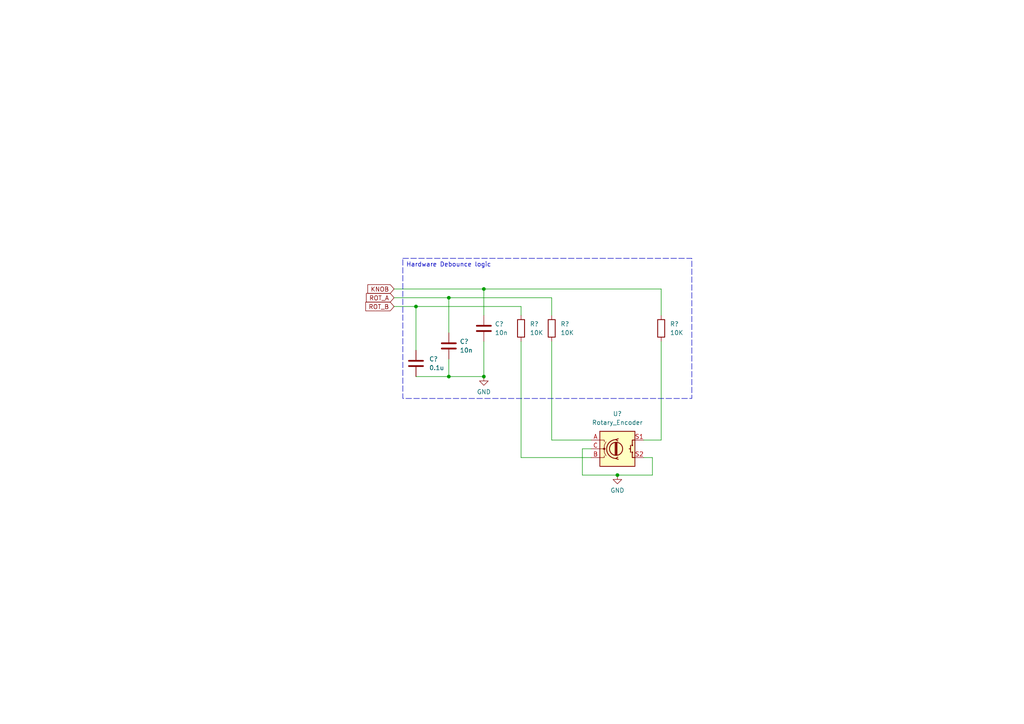
<source format=kicad_sch>
(kicad_sch (version 20230121) (generator eeschema)
  (paper "A4")
  (title_block (title "Push Button Rotary Encoder handlers for Arduino platform.") (date "2023-07-24") (rev "0.0.1") (company "Mediapills") (comment 2 "Supported and tested on AVR boards(ATmega168/328, ATmega16u4/32u4 and ATmega2560)") (comment 3 "A Library to implement Push Button Rotary Encoder handlers. "))
  (lib_symbols
    (symbol "Device:C" (pin_numbers hide) (pin_names (offset 0.254))
      (property "Reference" "C" (at 0.635 2.54 0))
      (property "Value" "C" (at 0.635 -2.54 0))
      (symbol "C_0_1"
        (polyline (pts (xy -2.032 -0.762) (xy 2.032 -0.762)) (stroke (width 0.508)))
        (polyline (pts (xy -2.032 0.762) (xy 2.032 0.762)) (stroke (width 0.508)))
      )
      (symbol "C_1_1"
        (pin passive line (at 0 3.81 270) (length 2.794) (name "~") (number "1"))
        (pin passive line (at 0 -3.81 90) (length 2.794) (name "~") (number "2"))
      )
    )
    (symbol "Device:R" (pin_numbers hide) (pin_names (offset 0))
      (property "Reference" "R" (at 2.032 0 90))
      (property "Value" "R" (at 0 0 90))
      (symbol "R_0_1"
        (rectangle (start -1.016 -2.54) (end 1.016 2.54) (stroke (width 0.254)))
      )
      (symbol "R_1_1"
        (pin passive line (at 0 3.81 270) (length 1.27) (name "~") (number "1"))
        (pin passive line (at 0 -3.81 90) (length 1.27) (name "~") (number "2"))
      )
    )
    (symbol "Device:RotaryEncoder_Switch" (pin_names (offset 0.254) hide)
      (property "Reference" "SW" (at 0 6.604 0))
      (property "Value" "RotaryEncoder_Switch" (at 0 -6.604 0))
      (symbol "RotaryEncoder_Switch_0_1"
        (rectangle (start -5.08 5.08) (end 5.08 -5.08) (stroke (width 0.254)) (fill (type background)))
        (circle (center -3.81 0) (radius 0.254) (fill (type outline)))
        (circle (center -0.381 0) (radius 1.905) (stroke (width 0.254)))
        (arc (start -0.381 2.667) (mid -3.0988 -0.0635) (end -0.381 -2.794) (stroke (width 0.254)))
        (polyline (pts (xy -0.635 -1.778) (xy -0.635 1.778)) (stroke (width 0.254)))
        (polyline (pts (xy -0.381 -1.778) (xy -0.381 1.778)) (stroke (width 0.254)))
        (polyline (pts (xy -0.127 1.778) (xy -0.127 -1.778)) (stroke (width 0.254)))
        (polyline (pts (xy 3.81 0) (xy 3.429 0)) (stroke (width 0.254)))
        (polyline (pts (xy 3.81 1.016) (xy 3.81 -1.016)) (stroke (width 0.254)))
        (polyline (pts (xy -5.08 -2.54) (xy -3.81 -2.54) (xy -3.81 -2.032)))
        (polyline (pts (xy -5.08 2.54) (xy -3.81 2.54) (xy -3.81 2.032)))
        (polyline (pts (xy 0.254 -3.048) (xy -0.508 -2.794) (xy 0.127 -2.413)) (stroke (width 0.254)))
        (polyline (pts (xy 0.254 2.921) (xy -0.508 2.667) (xy 0.127 2.286)) (stroke (width 0.254)))
        (polyline (pts (xy 5.08 -2.54) (xy 4.318 -2.54) (xy 4.318 -1.016)) (stroke (width 0.254)))
        (polyline (pts (xy 5.08 2.54) (xy 4.318 2.54) (xy 4.318 1.016)) (stroke (width 0.254)))
        (polyline (pts (xy -5.08 0) (xy -3.81 0) (xy -3.81 -1.016) (xy -3.302 -2.032)))
        (polyline (pts (xy -4.318 0) (xy -3.81 0) (xy -3.81 1.016) (xy -3.302 2.032)))
        (circle (center 4.318 -1.016) (radius 0.127) (stroke (width 0.254)))
        (circle (center 4.318 1.016) (radius 0.127) (stroke (width 0.254)))
      )
      (symbol "RotaryEncoder_Switch_1_1"
        (pin passive line (at -7.62 2.54 0) (length 2.54) (name "A") (number "A"))
        (pin passive line (at -7.62 -2.54 0) (length 2.54) (name "B") (number "B"))
        (pin passive line (at -7.62 0 0) (length 2.54) (name "C") (number "C"))
        (pin passive line (at 7.62 2.54 180) (length 2.54) (name "S1") (number "S1"))
        (pin passive line (at 7.62 -2.54 180) (length 2.54) (name "S2") (number "S2"))
      )
    )
    (symbol "power:GND" (power) (pin_numbers hide) (pin_names (offset 0) hide)
      (property "Value" "GND" (at 0 -3.81 0))
      (symbol "GND_0_1"
        (polyline (pts (xy 0 0) (xy 0 -1.27) (xy 1.27 -1.27) (xy 0 -2.54) (xy -1.27 -1.27) (xy 0 -1.27)))
      )
      (symbol "GND_1_1"
        (pin power_in line (at 0 0 270) (length 0) hide (name "GND") (number "1"))
      )
    )
  )
  (junction (at 179.07 137.795))
  (junction (at 120.65 88.9))
  (junction (at 140.335 109.22))
  (junction (at 130.175 86.36))
  (junction (at 130.175 109.22))
  (junction (at 140.335 83.82))
  (wire (pts (xy 186.69 132.715) (xy 189.23 132.715)))
  (wire (pts (xy 114.3 83.82) (xy 140.335 83.82)))
  (wire (pts (xy 120.65 109.22) (xy 130.175 109.22)))
  (wire (pts (xy 140.335 83.82) (xy 140.335 91.44)))
  (wire (pts (xy 130.175 86.36) (xy 160.02 86.36)))
  (wire (pts (xy 130.175 109.22) (xy 140.335 109.22)))
  (wire (pts (xy 151.13 88.9) (xy 151.13 91.44)))
  (wire (pts (xy 151.13 99.06) (xy 151.13 132.715)))
  (wire (pts (xy 168.91 130.175) (xy 171.45 130.175)))
  (wire (pts (xy 120.65 88.9) (xy 120.65 101.6)))
  (wire (pts (xy 140.335 99.06) (xy 140.335 109.22)))
  (wire (pts (xy 114.3 86.36) (xy 130.175 86.36)))
  (wire (pts (xy 120.65 88.9) (xy 151.13 88.9)))
  (wire (pts (xy 160.02 86.36) (xy 160.02 91.44)))
  (wire (pts (xy 179.07 137.795) (xy 189.23 137.795)))
  (wire (pts (xy 191.77 127.635) (xy 191.77 99.06)))
  (wire (pts (xy 140.335 83.82) (xy 191.77 83.82)))
  (wire (pts (xy 114.3 88.9) (xy 120.65 88.9)))
  (wire (pts (xy 168.91 130.175) (xy 168.91 137.795)))
  (wire (pts (xy 189.23 132.715) (xy 189.23 137.795)))
  (wire (pts (xy 186.69 127.635) (xy 191.77 127.635)))
  (wire (pts (xy 151.13 132.715) (xy 171.45 132.715)))
  (wire (pts (xy 160.02 127.635) (xy 160.02 99.06)))
  (wire (pts (xy 191.77 83.82) (xy 191.77 91.44)))
  (wire (pts (xy 130.175 104.14) (xy 130.175 109.22)))
  (wire (pts (xy 130.175 86.36) (xy 130.175 96.52)))
  (wire (pts (xy 168.91 137.795) (xy 179.07 137.795)))
  (wire (pts (xy 160.02 127.635) (xy 171.45 127.635)))
  (text_box "Hardware Debounce logic" (at 116.84 74.93 0) (size 83.82 40.64) (stroke (width 0) (type dash)) (effects (font (size 1.27 1.27)) (justify left top)))
  (global_label "ROT_A" (shape input) (at 114.3 86.36 180) (property "Intersheetrefs" "${INTERSHEET_REFS}" (effects hide)))
  (global_label "KNOB" (shape input) (at 114.3 83.82 180) (property "Intersheetrefs" "${INTERSHEET_REFS}" (effects hide)))
  (global_label "ROT_B" (shape input) (at 114.3 88.9 180) (property "Intersheetrefs" "${INTERSHEET_REFS}" (effects hide)))
  (symbol (lib_id "Device:RotaryEncoder_Switch") (at 179.07 130.175 0) (unit 1)
    (property "Reference" "U?" (at 179.07 120.015 0))
    (property "Value" "Rotary_Encoder" (at 179.07 122.555 0))
    (property "Footprint" "Rotary_Encoder:RotaryEncoder_Alps_EC11E-Switch_Vertical_H20mm" (effects hide))
  )
  (symbol (lib_id "Device:R") (at 151.13 95.25 180) (unit 1)
    (property "Reference" "R?" (at 153.67 93.98 0) (effects (justify right)))
    (property "Value" "10K" (at 153.67 96.52 0) (effects (justify right)))
    (property "Footprint" "Resistor_THT:R_Axial_DIN0207_L6.3mm_D2.5mm_P7.62mm_Horizontal" (effects hide))
  )
  (symbol (lib_id "Device:C") (at 140.335 95.25 0) (unit 1)
    (property "Reference" "C?" (at 143.51 93.98 0) (effects (justify left)))
    (property "Value" "10n" (at 143.51 96.52 0) (effects (justify left)))
    (property "Footprint" "Capacitor_THT:C_Disc_D4.7mm_W2.5mm_P5.00mm" (effects hide))
  )
  (symbol (lib_id "power:GND") (at 140.335 109.22 0) (unit 1)
    (property "Reference" "#PWR01" (effects hide))
    (property "Value" "GND" (at 140.335 113.665 0))
  )
  (symbol (lib_id "Device:C") (at 130.175 100.33 0) (unit 1)
    (property "Reference" "C?" (at 133.35 99.06 0) (effects (justify left)))
    (property "Value" "10n" (at 133.35 101.6 0) (effects (justify left)))
    (property "Footprint" "Capacitor_THT:C_Disc_D4.7mm_W2.5mm_P5.00mm" (effects hide))
  )
  (symbol (lib_id "Device:R") (at 191.77 95.25 0) (unit 1)
    (property "Reference" "R?" (at 194.31 93.98 0) (effects (justify left)))
    (property "Value" "10K" (at 194.31 96.52 0) (effects (justify left)))
    (property "Footprint" "Resistor_THT:R_Axial_DIN0207_L6.3mm_D2.5mm_P7.62mm_Horizontal" (effects hide))
  )
  (symbol (lib_id "Device:C") (at 120.65 105.41 0) (unit 1)
    (property "Reference" "C?" (at 124.46 104.14 0) (effects (justify left)))
    (property "Value" "0.1u" (at 124.46 106.68 0) (effects (justify left)))
    (property "Footprint" "Capacitor_THT:C_Disc_D4.7mm_W2.5mm_P5.00mm" (effects hide))
  )
  (symbol (lib_id "Device:R") (at 160.02 95.25 0) (unit 1)
    (property "Reference" "R?" (at 162.56 93.98 0) (effects (justify left)))
    (property "Value" "10K" (at 162.56 96.52 0) (effects (justify left)))
    (property "Footprint" "Resistor_THT:R_Axial_DIN0207_L6.3mm_D2.5mm_P7.62mm_Horizontal" (effects hide))
  )
  (symbol (lib_id "power:GND") (at 179.07 137.795 0) (unit 1)
    (property "Reference" "#PWR02" (effects hide))
    (property "Value" "GND" (at 179.07 142.24 0))
  )
)
</source>
